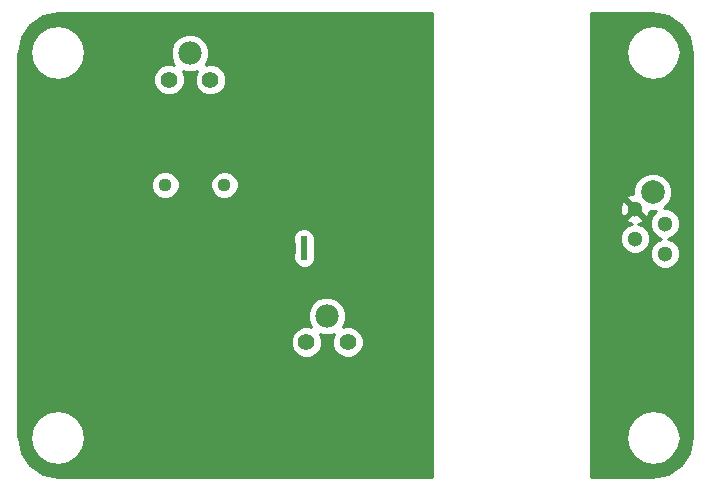
<source format=gbr>
G04 #@! TF.FileFunction,Copper,L2,Bot,Signal*
%FSLAX46Y46*%
G04 Gerber Fmt 4.6, Leading zero omitted, Abs format (unit mm)*
G04 Created by KiCad (PCBNEW 4.0.7) date 04/23/18 21:55:39*
%MOMM*%
%LPD*%
G01*
G04 APERTURE LIST*
%ADD10C,0.100000*%
%ADD11C,1.117600*%
%ADD12C,1.397000*%
%ADD13C,1.981000*%
%ADD14C,1.300000*%
%ADD15C,2.000000*%
%ADD16C,0.609600*%
%ADD17C,0.508000*%
%ADD18C,0.254000*%
G04 APERTURE END LIST*
D10*
D11*
X141320591Y-104111707D03*
X136320591Y-104111707D03*
D12*
X136630591Y-95221707D03*
X140130591Y-95221707D03*
D13*
X138380591Y-92991707D03*
D12*
X148258591Y-117446707D03*
X151758591Y-117446707D03*
D13*
X150008591Y-115216707D03*
D14*
X176071591Y-108683707D03*
X176071591Y-106143707D03*
X178611591Y-107413707D03*
X178611591Y-109953707D03*
D15*
X177571591Y-104743707D03*
D16*
X143510000Y-122428000D03*
X136193256Y-115550494D03*
X136193256Y-114534494D03*
X136193256Y-113518494D03*
X136193256Y-112502494D03*
X136193256Y-111486494D03*
X137209256Y-115550494D03*
X137209256Y-114534494D03*
X137209256Y-113518494D03*
X137209256Y-112502494D03*
X137209256Y-111486494D03*
X138225256Y-115550494D03*
X138225256Y-114534494D03*
X138225256Y-113518494D03*
X138225256Y-112502494D03*
X138225256Y-111486494D03*
X139241256Y-115550494D03*
X139241256Y-114534494D03*
X139241256Y-113518494D03*
X139241256Y-112502494D03*
X139241256Y-111486494D03*
X140257256Y-115550494D03*
X140257256Y-114534494D03*
X140257256Y-113518494D03*
X140257256Y-112502494D03*
X140257591Y-111477707D03*
X148031200Y-108712000D03*
X148082000Y-110210600D03*
D17*
X148082000Y-110210600D02*
X148082000Y-108762800D01*
X148082000Y-108762800D02*
X148031200Y-108712000D01*
D18*
G36*
X158877000Y-128851434D02*
X127257459Y-128851434D01*
X125926536Y-128586697D01*
X124855428Y-127871006D01*
X124139737Y-126799900D01*
X123888420Y-125536442D01*
X124866692Y-125536442D01*
X125043543Y-126425530D01*
X125547171Y-127179263D01*
X126300904Y-127682891D01*
X127189992Y-127859742D01*
X128079080Y-127682891D01*
X128832813Y-127179263D01*
X129336441Y-126425530D01*
X129513292Y-125536442D01*
X129336441Y-124647354D01*
X128832813Y-123893621D01*
X128079080Y-123389993D01*
X127189992Y-123213142D01*
X126300904Y-123389993D01*
X125547171Y-123893621D01*
X125043543Y-124647354D01*
X124866692Y-125536442D01*
X123888420Y-125536442D01*
X123875000Y-125468975D01*
X123875000Y-117710793D01*
X146924860Y-117710793D01*
X147127445Y-118201087D01*
X147502238Y-118576534D01*
X147992178Y-118779975D01*
X148522677Y-118780438D01*
X149012971Y-118577853D01*
X149388418Y-118203060D01*
X149591859Y-117713120D01*
X149592322Y-117182621D01*
X149403440Y-116725491D01*
X149683841Y-116841924D01*
X150330504Y-116842488D01*
X150614280Y-116725234D01*
X150425323Y-117180294D01*
X150424860Y-117710793D01*
X150627445Y-118201087D01*
X151002238Y-118576534D01*
X151492178Y-118779975D01*
X152022677Y-118780438D01*
X152512971Y-118577853D01*
X152888418Y-118203060D01*
X153091859Y-117713120D01*
X153092322Y-117182621D01*
X152889737Y-116692327D01*
X152514944Y-116316880D01*
X152025004Y-116113439D01*
X151494505Y-116112976D01*
X151352997Y-116171446D01*
X151385819Y-116138681D01*
X151633808Y-115541457D01*
X151634372Y-114894794D01*
X151387426Y-114297138D01*
X150930565Y-113839479D01*
X150333341Y-113591490D01*
X149686678Y-113590926D01*
X149089022Y-113837872D01*
X148631363Y-114294733D01*
X148383374Y-114891957D01*
X148382810Y-115538620D01*
X148629756Y-116136276D01*
X148664981Y-116171563D01*
X148525004Y-116113439D01*
X147994505Y-116112976D01*
X147504211Y-116315561D01*
X147128764Y-116690354D01*
X146925323Y-117180294D01*
X146924860Y-117710793D01*
X123875000Y-117710793D01*
X123875000Y-108898118D01*
X147091237Y-108898118D01*
X147193000Y-109144403D01*
X147193000Y-109900895D01*
X147142363Y-110022842D01*
X147142037Y-110396718D01*
X147284812Y-110742259D01*
X147548951Y-111006859D01*
X147894242Y-111150237D01*
X148268118Y-111150563D01*
X148613659Y-111007788D01*
X148878259Y-110743649D01*
X149021637Y-110398358D01*
X149021963Y-110024482D01*
X148971000Y-109901142D01*
X148971000Y-108762800D01*
X148970957Y-108762582D01*
X148971163Y-108525882D01*
X148828388Y-108180341D01*
X148564249Y-107915741D01*
X148218958Y-107772363D01*
X147845082Y-107772037D01*
X147499541Y-107914812D01*
X147234941Y-108178951D01*
X147091563Y-108524242D01*
X147091237Y-108898118D01*
X123875000Y-108898118D01*
X123875000Y-104348127D01*
X135126584Y-104348127D01*
X135307946Y-104787057D01*
X135643475Y-105123171D01*
X136082088Y-105305299D01*
X136557011Y-105305714D01*
X136995941Y-105124352D01*
X137332055Y-104788823D01*
X137514183Y-104350210D01*
X137514184Y-104348127D01*
X140126584Y-104348127D01*
X140307946Y-104787057D01*
X140643475Y-105123171D01*
X141082088Y-105305299D01*
X141557011Y-105305714D01*
X141995941Y-105124352D01*
X142332055Y-104788823D01*
X142514183Y-104350210D01*
X142514598Y-103875287D01*
X142333236Y-103436357D01*
X141997707Y-103100243D01*
X141559094Y-102918115D01*
X141084171Y-102917700D01*
X140645241Y-103099062D01*
X140309127Y-103434591D01*
X140126999Y-103873204D01*
X140126584Y-104348127D01*
X137514184Y-104348127D01*
X137514598Y-103875287D01*
X137333236Y-103436357D01*
X136997707Y-103100243D01*
X136559094Y-102918115D01*
X136084171Y-102917700D01*
X135645241Y-103099062D01*
X135309127Y-103434591D01*
X135126999Y-103873204D01*
X135126584Y-104348127D01*
X123875000Y-104348127D01*
X123875000Y-95485793D01*
X135296860Y-95485793D01*
X135499445Y-95976087D01*
X135874238Y-96351534D01*
X136364178Y-96554975D01*
X136894677Y-96555438D01*
X137384971Y-96352853D01*
X137760418Y-95978060D01*
X137963859Y-95488120D01*
X137964322Y-94957621D01*
X137775440Y-94500491D01*
X138055841Y-94616924D01*
X138702504Y-94617488D01*
X138986280Y-94500234D01*
X138797323Y-94955294D01*
X138796860Y-95485793D01*
X138999445Y-95976087D01*
X139374238Y-96351534D01*
X139864178Y-96554975D01*
X140394677Y-96555438D01*
X140884971Y-96352853D01*
X141260418Y-95978060D01*
X141463859Y-95488120D01*
X141464322Y-94957621D01*
X141261737Y-94467327D01*
X140886944Y-94091880D01*
X140397004Y-93888439D01*
X139866505Y-93887976D01*
X139724997Y-93946446D01*
X139757819Y-93913681D01*
X140005808Y-93316457D01*
X140006372Y-92669794D01*
X139759426Y-92072138D01*
X139302565Y-91614479D01*
X138705341Y-91366490D01*
X138058678Y-91365926D01*
X137461022Y-91612872D01*
X137003363Y-92069733D01*
X136755374Y-92666957D01*
X136754810Y-93313620D01*
X137001756Y-93911276D01*
X137036981Y-93946563D01*
X136897004Y-93888439D01*
X136366505Y-93887976D01*
X135876211Y-94090561D01*
X135500764Y-94465354D01*
X135297323Y-94955294D01*
X135296860Y-95485793D01*
X123875000Y-95485793D01*
X123875000Y-92963893D01*
X123888419Y-92896426D01*
X124866692Y-92896426D01*
X125043543Y-93785514D01*
X125547171Y-94539247D01*
X126300904Y-95042875D01*
X127189992Y-95219726D01*
X128079080Y-95042875D01*
X128832813Y-94539247D01*
X129336441Y-93785514D01*
X129513292Y-92896426D01*
X129336441Y-92007338D01*
X128832813Y-91253605D01*
X128079080Y-90749977D01*
X127189992Y-90573126D01*
X126300904Y-90749977D01*
X125547171Y-91253605D01*
X125043543Y-92007338D01*
X124866692Y-92896426D01*
X123888419Y-92896426D01*
X124139737Y-91632968D01*
X124855428Y-90561862D01*
X125926536Y-89846171D01*
X127257459Y-89581434D01*
X158877000Y-89581434D01*
X158877000Y-128851434D01*
X158877000Y-128851434D01*
G37*
X158877000Y-128851434D02*
X127257459Y-128851434D01*
X125926536Y-128586697D01*
X124855428Y-127871006D01*
X124139737Y-126799900D01*
X123888420Y-125536442D01*
X124866692Y-125536442D01*
X125043543Y-126425530D01*
X125547171Y-127179263D01*
X126300904Y-127682891D01*
X127189992Y-127859742D01*
X128079080Y-127682891D01*
X128832813Y-127179263D01*
X129336441Y-126425530D01*
X129513292Y-125536442D01*
X129336441Y-124647354D01*
X128832813Y-123893621D01*
X128079080Y-123389993D01*
X127189992Y-123213142D01*
X126300904Y-123389993D01*
X125547171Y-123893621D01*
X125043543Y-124647354D01*
X124866692Y-125536442D01*
X123888420Y-125536442D01*
X123875000Y-125468975D01*
X123875000Y-117710793D01*
X146924860Y-117710793D01*
X147127445Y-118201087D01*
X147502238Y-118576534D01*
X147992178Y-118779975D01*
X148522677Y-118780438D01*
X149012971Y-118577853D01*
X149388418Y-118203060D01*
X149591859Y-117713120D01*
X149592322Y-117182621D01*
X149403440Y-116725491D01*
X149683841Y-116841924D01*
X150330504Y-116842488D01*
X150614280Y-116725234D01*
X150425323Y-117180294D01*
X150424860Y-117710793D01*
X150627445Y-118201087D01*
X151002238Y-118576534D01*
X151492178Y-118779975D01*
X152022677Y-118780438D01*
X152512971Y-118577853D01*
X152888418Y-118203060D01*
X153091859Y-117713120D01*
X153092322Y-117182621D01*
X152889737Y-116692327D01*
X152514944Y-116316880D01*
X152025004Y-116113439D01*
X151494505Y-116112976D01*
X151352997Y-116171446D01*
X151385819Y-116138681D01*
X151633808Y-115541457D01*
X151634372Y-114894794D01*
X151387426Y-114297138D01*
X150930565Y-113839479D01*
X150333341Y-113591490D01*
X149686678Y-113590926D01*
X149089022Y-113837872D01*
X148631363Y-114294733D01*
X148383374Y-114891957D01*
X148382810Y-115538620D01*
X148629756Y-116136276D01*
X148664981Y-116171563D01*
X148525004Y-116113439D01*
X147994505Y-116112976D01*
X147504211Y-116315561D01*
X147128764Y-116690354D01*
X146925323Y-117180294D01*
X146924860Y-117710793D01*
X123875000Y-117710793D01*
X123875000Y-108898118D01*
X147091237Y-108898118D01*
X147193000Y-109144403D01*
X147193000Y-109900895D01*
X147142363Y-110022842D01*
X147142037Y-110396718D01*
X147284812Y-110742259D01*
X147548951Y-111006859D01*
X147894242Y-111150237D01*
X148268118Y-111150563D01*
X148613659Y-111007788D01*
X148878259Y-110743649D01*
X149021637Y-110398358D01*
X149021963Y-110024482D01*
X148971000Y-109901142D01*
X148971000Y-108762800D01*
X148970957Y-108762582D01*
X148971163Y-108525882D01*
X148828388Y-108180341D01*
X148564249Y-107915741D01*
X148218958Y-107772363D01*
X147845082Y-107772037D01*
X147499541Y-107914812D01*
X147234941Y-108178951D01*
X147091563Y-108524242D01*
X147091237Y-108898118D01*
X123875000Y-108898118D01*
X123875000Y-104348127D01*
X135126584Y-104348127D01*
X135307946Y-104787057D01*
X135643475Y-105123171D01*
X136082088Y-105305299D01*
X136557011Y-105305714D01*
X136995941Y-105124352D01*
X137332055Y-104788823D01*
X137514183Y-104350210D01*
X137514184Y-104348127D01*
X140126584Y-104348127D01*
X140307946Y-104787057D01*
X140643475Y-105123171D01*
X141082088Y-105305299D01*
X141557011Y-105305714D01*
X141995941Y-105124352D01*
X142332055Y-104788823D01*
X142514183Y-104350210D01*
X142514598Y-103875287D01*
X142333236Y-103436357D01*
X141997707Y-103100243D01*
X141559094Y-102918115D01*
X141084171Y-102917700D01*
X140645241Y-103099062D01*
X140309127Y-103434591D01*
X140126999Y-103873204D01*
X140126584Y-104348127D01*
X137514184Y-104348127D01*
X137514598Y-103875287D01*
X137333236Y-103436357D01*
X136997707Y-103100243D01*
X136559094Y-102918115D01*
X136084171Y-102917700D01*
X135645241Y-103099062D01*
X135309127Y-103434591D01*
X135126999Y-103873204D01*
X135126584Y-104348127D01*
X123875000Y-104348127D01*
X123875000Y-95485793D01*
X135296860Y-95485793D01*
X135499445Y-95976087D01*
X135874238Y-96351534D01*
X136364178Y-96554975D01*
X136894677Y-96555438D01*
X137384971Y-96352853D01*
X137760418Y-95978060D01*
X137963859Y-95488120D01*
X137964322Y-94957621D01*
X137775440Y-94500491D01*
X138055841Y-94616924D01*
X138702504Y-94617488D01*
X138986280Y-94500234D01*
X138797323Y-94955294D01*
X138796860Y-95485793D01*
X138999445Y-95976087D01*
X139374238Y-96351534D01*
X139864178Y-96554975D01*
X140394677Y-96555438D01*
X140884971Y-96352853D01*
X141260418Y-95978060D01*
X141463859Y-95488120D01*
X141464322Y-94957621D01*
X141261737Y-94467327D01*
X140886944Y-94091880D01*
X140397004Y-93888439D01*
X139866505Y-93887976D01*
X139724997Y-93946446D01*
X139757819Y-93913681D01*
X140005808Y-93316457D01*
X140006372Y-92669794D01*
X139759426Y-92072138D01*
X139302565Y-91614479D01*
X138705341Y-91366490D01*
X138058678Y-91365926D01*
X137461022Y-91612872D01*
X137003363Y-92069733D01*
X136755374Y-92666957D01*
X136754810Y-93313620D01*
X137001756Y-93911276D01*
X137036981Y-93946563D01*
X136897004Y-93888439D01*
X136366505Y-93887976D01*
X135876211Y-94090561D01*
X135500764Y-94465354D01*
X135297323Y-94955294D01*
X135296860Y-95485793D01*
X123875000Y-95485793D01*
X123875000Y-92963893D01*
X123888419Y-92896426D01*
X124866692Y-92896426D01*
X125043543Y-93785514D01*
X125547171Y-94539247D01*
X126300904Y-95042875D01*
X127189992Y-95219726D01*
X128079080Y-95042875D01*
X128832813Y-94539247D01*
X129336441Y-93785514D01*
X129513292Y-92896426D01*
X129336441Y-92007338D01*
X128832813Y-91253605D01*
X128079080Y-90749977D01*
X127189992Y-90573126D01*
X126300904Y-90749977D01*
X125547171Y-91253605D01*
X125043543Y-92007338D01*
X124866692Y-92896426D01*
X123888419Y-92896426D01*
X124139737Y-91632968D01*
X124855428Y-90561862D01*
X125926536Y-89846171D01*
X127257459Y-89581434D01*
X158877000Y-89581434D01*
X158877000Y-128851434D01*
G36*
X178873466Y-89846171D02*
X179944572Y-90561862D01*
X180660263Y-91632970D01*
X180925000Y-92963893D01*
X180925000Y-125468975D01*
X180660263Y-126799898D01*
X179944572Y-127871006D01*
X178873466Y-128586697D01*
X177542541Y-128851434D01*
X172339000Y-128851434D01*
X172339000Y-125536442D01*
X175286708Y-125536442D01*
X175463559Y-126425530D01*
X175967187Y-127179263D01*
X176720920Y-127682891D01*
X177610008Y-127859742D01*
X178499096Y-127682891D01*
X179252829Y-127179263D01*
X179756457Y-126425530D01*
X179933308Y-125536442D01*
X179756457Y-124647354D01*
X179252829Y-123893621D01*
X178499096Y-123389993D01*
X177610008Y-123213142D01*
X176720920Y-123389993D01*
X175967187Y-123893621D01*
X175463559Y-124647354D01*
X175286708Y-125536442D01*
X172339000Y-125536442D01*
X172339000Y-108938188D01*
X174786368Y-108938188D01*
X174981586Y-109410650D01*
X175342746Y-109772442D01*
X175814867Y-109968484D01*
X176326072Y-109968930D01*
X176798534Y-109773712D01*
X177160326Y-109412552D01*
X177356368Y-108940431D01*
X177356814Y-108429226D01*
X177161596Y-107956764D01*
X176800436Y-107594972D01*
X176364391Y-107413910D01*
X176401019Y-107411790D01*
X176735320Y-107273318D01*
X176791001Y-107042723D01*
X176071591Y-106323312D01*
X175352181Y-107042723D01*
X175407862Y-107273318D01*
X175794451Y-107407846D01*
X175344648Y-107593702D01*
X174982856Y-107954862D01*
X174786814Y-108426983D01*
X174786368Y-108938188D01*
X172339000Y-108938188D01*
X172339000Y-105962785D01*
X174773969Y-105962785D01*
X174803508Y-106473135D01*
X174941980Y-106807436D01*
X175172575Y-106863117D01*
X175891986Y-106143707D01*
X175172575Y-105424297D01*
X174941980Y-105479978D01*
X174773969Y-105962785D01*
X172339000Y-105962785D01*
X172339000Y-105244691D01*
X175352181Y-105244691D01*
X176071591Y-105964102D01*
X176085734Y-105949960D01*
X176265339Y-106129565D01*
X176251196Y-106143707D01*
X176970607Y-106863117D01*
X177201202Y-106807436D01*
X177350461Y-106378515D01*
X177829320Y-106378933D01*
X177522856Y-106684862D01*
X177326814Y-107156983D01*
X177326368Y-107668188D01*
X177521586Y-108140650D01*
X177882746Y-108502442D01*
X178319773Y-108683912D01*
X177884648Y-108863702D01*
X177522856Y-109224862D01*
X177326814Y-109696983D01*
X177326368Y-110208188D01*
X177521586Y-110680650D01*
X177882746Y-111042442D01*
X178354867Y-111238484D01*
X178866072Y-111238930D01*
X179338534Y-111043712D01*
X179700326Y-110682552D01*
X179896368Y-110210431D01*
X179896814Y-109699226D01*
X179701596Y-109226764D01*
X179340436Y-108864972D01*
X178903409Y-108683502D01*
X179338534Y-108503712D01*
X179700326Y-108142552D01*
X179896368Y-107670431D01*
X179896814Y-107159226D01*
X179701596Y-106686764D01*
X179340436Y-106324972D01*
X178868315Y-106128930D01*
X178498531Y-106128607D01*
X178956869Y-105671070D01*
X179206307Y-105070355D01*
X179206875Y-104419912D01*
X178958485Y-103818764D01*
X178498954Y-103358429D01*
X177898239Y-103108991D01*
X177247796Y-103108423D01*
X176646648Y-103356813D01*
X176186313Y-103816344D01*
X175936875Y-104417059D01*
X175936484Y-104864377D01*
X175742163Y-104875624D01*
X175407862Y-105014096D01*
X175352181Y-105244691D01*
X172339000Y-105244691D01*
X172339000Y-92896426D01*
X175286708Y-92896426D01*
X175463559Y-93785514D01*
X175967187Y-94539247D01*
X176720920Y-95042875D01*
X177610008Y-95219726D01*
X178499096Y-95042875D01*
X179252829Y-94539247D01*
X179756457Y-93785514D01*
X179933308Y-92896426D01*
X179756457Y-92007338D01*
X179252829Y-91253605D01*
X178499096Y-90749977D01*
X177610008Y-90573126D01*
X176720920Y-90749977D01*
X175967187Y-91253605D01*
X175463559Y-92007338D01*
X175286708Y-92896426D01*
X172339000Y-92896426D01*
X172339000Y-89581434D01*
X177542541Y-89581434D01*
X178873466Y-89846171D01*
X178873466Y-89846171D01*
G37*
X178873466Y-89846171D02*
X179944572Y-90561862D01*
X180660263Y-91632970D01*
X180925000Y-92963893D01*
X180925000Y-125468975D01*
X180660263Y-126799898D01*
X179944572Y-127871006D01*
X178873466Y-128586697D01*
X177542541Y-128851434D01*
X172339000Y-128851434D01*
X172339000Y-125536442D01*
X175286708Y-125536442D01*
X175463559Y-126425530D01*
X175967187Y-127179263D01*
X176720920Y-127682891D01*
X177610008Y-127859742D01*
X178499096Y-127682891D01*
X179252829Y-127179263D01*
X179756457Y-126425530D01*
X179933308Y-125536442D01*
X179756457Y-124647354D01*
X179252829Y-123893621D01*
X178499096Y-123389993D01*
X177610008Y-123213142D01*
X176720920Y-123389993D01*
X175967187Y-123893621D01*
X175463559Y-124647354D01*
X175286708Y-125536442D01*
X172339000Y-125536442D01*
X172339000Y-108938188D01*
X174786368Y-108938188D01*
X174981586Y-109410650D01*
X175342746Y-109772442D01*
X175814867Y-109968484D01*
X176326072Y-109968930D01*
X176798534Y-109773712D01*
X177160326Y-109412552D01*
X177356368Y-108940431D01*
X177356814Y-108429226D01*
X177161596Y-107956764D01*
X176800436Y-107594972D01*
X176364391Y-107413910D01*
X176401019Y-107411790D01*
X176735320Y-107273318D01*
X176791001Y-107042723D01*
X176071591Y-106323312D01*
X175352181Y-107042723D01*
X175407862Y-107273318D01*
X175794451Y-107407846D01*
X175344648Y-107593702D01*
X174982856Y-107954862D01*
X174786814Y-108426983D01*
X174786368Y-108938188D01*
X172339000Y-108938188D01*
X172339000Y-105962785D01*
X174773969Y-105962785D01*
X174803508Y-106473135D01*
X174941980Y-106807436D01*
X175172575Y-106863117D01*
X175891986Y-106143707D01*
X175172575Y-105424297D01*
X174941980Y-105479978D01*
X174773969Y-105962785D01*
X172339000Y-105962785D01*
X172339000Y-105244691D01*
X175352181Y-105244691D01*
X176071591Y-105964102D01*
X176085734Y-105949960D01*
X176265339Y-106129565D01*
X176251196Y-106143707D01*
X176970607Y-106863117D01*
X177201202Y-106807436D01*
X177350461Y-106378515D01*
X177829320Y-106378933D01*
X177522856Y-106684862D01*
X177326814Y-107156983D01*
X177326368Y-107668188D01*
X177521586Y-108140650D01*
X177882746Y-108502442D01*
X178319773Y-108683912D01*
X177884648Y-108863702D01*
X177522856Y-109224862D01*
X177326814Y-109696983D01*
X177326368Y-110208188D01*
X177521586Y-110680650D01*
X177882746Y-111042442D01*
X178354867Y-111238484D01*
X178866072Y-111238930D01*
X179338534Y-111043712D01*
X179700326Y-110682552D01*
X179896368Y-110210431D01*
X179896814Y-109699226D01*
X179701596Y-109226764D01*
X179340436Y-108864972D01*
X178903409Y-108683502D01*
X179338534Y-108503712D01*
X179700326Y-108142552D01*
X179896368Y-107670431D01*
X179896814Y-107159226D01*
X179701596Y-106686764D01*
X179340436Y-106324972D01*
X178868315Y-106128930D01*
X178498531Y-106128607D01*
X178956869Y-105671070D01*
X179206307Y-105070355D01*
X179206875Y-104419912D01*
X178958485Y-103818764D01*
X178498954Y-103358429D01*
X177898239Y-103108991D01*
X177247796Y-103108423D01*
X176646648Y-103356813D01*
X176186313Y-103816344D01*
X175936875Y-104417059D01*
X175936484Y-104864377D01*
X175742163Y-104875624D01*
X175407862Y-105014096D01*
X175352181Y-105244691D01*
X172339000Y-105244691D01*
X172339000Y-92896426D01*
X175286708Y-92896426D01*
X175463559Y-93785514D01*
X175967187Y-94539247D01*
X176720920Y-95042875D01*
X177610008Y-95219726D01*
X178499096Y-95042875D01*
X179252829Y-94539247D01*
X179756457Y-93785514D01*
X179933308Y-92896426D01*
X179756457Y-92007338D01*
X179252829Y-91253605D01*
X178499096Y-90749977D01*
X177610008Y-90573126D01*
X176720920Y-90749977D01*
X175967187Y-91253605D01*
X175463559Y-92007338D01*
X175286708Y-92896426D01*
X172339000Y-92896426D01*
X172339000Y-89581434D01*
X177542541Y-89581434D01*
X178873466Y-89846171D01*
M02*

</source>
